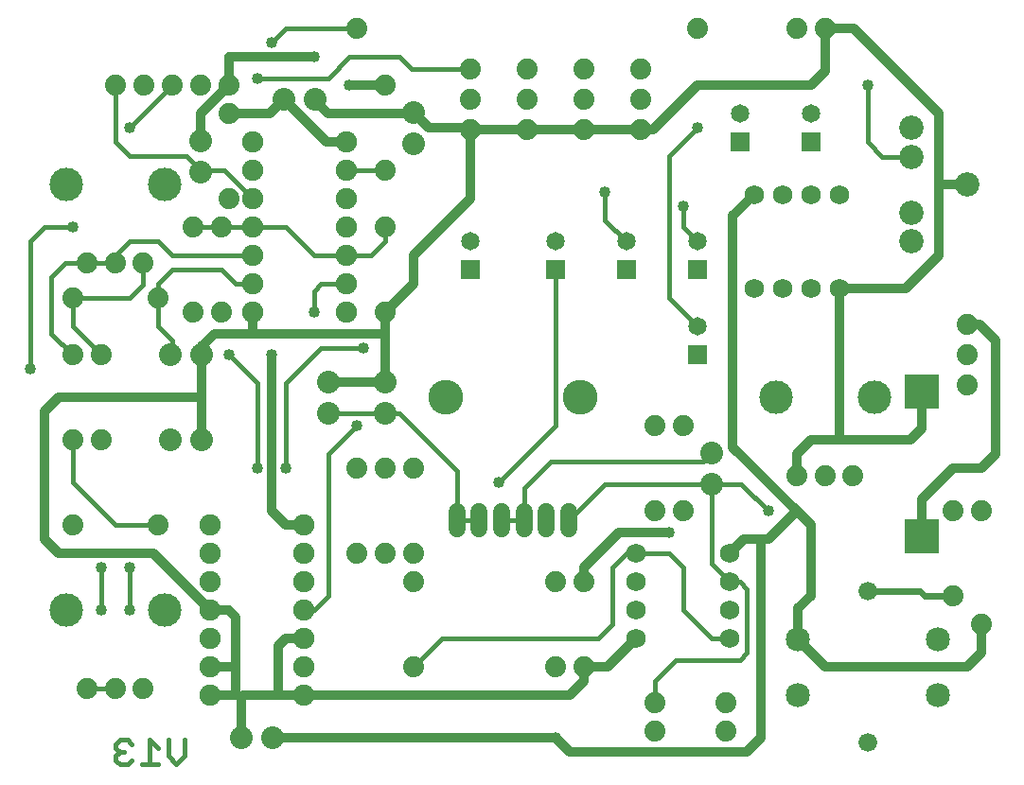
<source format=gbr>
G04 EAGLE Gerber RS-274X export*
G75*
%MOMM*%
%FSLAX34Y34*%
%LPD*%
%INBottom Copper*%
%IPPOS*%
%AMOC8*
5,1,8,0,0,1.08239X$1,22.5*%
G01*
%ADD10C,0.381000*%
%ADD11C,1.905000*%
%ADD12C,1.879600*%
%ADD13C,3.000000*%
%ADD14C,1.727200*%
%ADD15R,3.048000X3.048000*%
%ADD16C,2.159000*%
%ADD17C,1.676400*%
%ADD18C,2.184400*%
%ADD19R,1.651000X1.651000*%
%ADD20C,1.651000*%
%ADD21C,1.509600*%
%ADD22C,3.116000*%
%ADD23C,2.032000*%
%ADD24C,0.812800*%
%ADD25C,0.609600*%
%ADD26C,1.016000*%
%ADD27C,0.406400*%


D10*
X150495Y36213D02*
X150495Y21808D01*
X143292Y14605D01*
X136089Y21808D01*
X136089Y36213D01*
X127107Y29011D02*
X119904Y36213D01*
X119904Y14605D01*
X127107Y14605D02*
X112701Y14605D01*
X103719Y32612D02*
X100118Y36213D01*
X92915Y36213D01*
X89313Y32612D01*
X89313Y29011D01*
X92915Y25409D01*
X96516Y25409D01*
X92915Y25409D02*
X89313Y21808D01*
X89313Y18206D01*
X92915Y14605D01*
X100118Y14605D01*
X103719Y18206D01*
D11*
X212090Y571500D03*
X212090Y546100D03*
X212090Y520700D03*
X212090Y495300D03*
X212090Y469900D03*
X212090Y444500D03*
X212090Y419100D03*
X295910Y419100D03*
X295910Y444500D03*
X295910Y469900D03*
X295910Y495300D03*
X295910Y520700D03*
X295910Y546100D03*
X295910Y571500D03*
D12*
X63900Y82400D03*
X88900Y82400D03*
X113900Y82400D03*
D13*
X44900Y152400D03*
X132900Y152400D03*
D12*
X63900Y463400D03*
X88900Y463400D03*
X113900Y463400D03*
D13*
X44900Y533400D03*
X132900Y533400D03*
D14*
X554990Y203200D03*
X554990Y177800D03*
X554990Y152400D03*
X554990Y127000D03*
X638810Y127000D03*
X638810Y152400D03*
X638810Y177800D03*
X638810Y203200D03*
X660400Y440690D03*
X685800Y440690D03*
X711200Y440690D03*
X736600Y440690D03*
X736600Y524510D03*
X711200Y524510D03*
X685800Y524510D03*
X660400Y524510D03*
D15*
X810260Y218440D03*
X810260Y347980D03*
D12*
X406400Y636778D03*
X406400Y609600D03*
X406400Y582422D03*
X457200Y636778D03*
X457200Y609600D03*
X457200Y582422D03*
X508000Y636778D03*
X508000Y609600D03*
X508000Y582422D03*
X558800Y636778D03*
X558800Y609600D03*
X558800Y582422D03*
D16*
X824500Y76600D03*
X699500Y76600D03*
X824500Y126600D03*
X699500Y126600D03*
D17*
X762000Y34100D03*
X762000Y169100D03*
D12*
X190500Y520700D03*
X190500Y596900D03*
X330200Y546100D03*
X330200Y622300D03*
X355600Y101600D03*
X355600Y177800D03*
X304800Y203200D03*
X304800Y279400D03*
X330200Y203200D03*
X330200Y279400D03*
X355600Y203200D03*
X355600Y279400D03*
X571500Y241300D03*
X571500Y317500D03*
X596900Y317500D03*
X596900Y241300D03*
X482600Y177800D03*
X482600Y101600D03*
X508000Y101600D03*
X508000Y177800D03*
X863600Y241300D03*
X863600Y139700D03*
X88900Y622300D03*
X114300Y622300D03*
X609600Y673100D03*
X127000Y431800D03*
X50800Y431800D03*
X50800Y228600D03*
X127000Y228600D03*
X838200Y241300D03*
X838200Y165100D03*
X304800Y673100D03*
D18*
X850900Y533400D03*
X800900Y508400D03*
X800900Y482400D03*
X800900Y558400D03*
X800900Y584400D03*
D12*
X698500Y673100D03*
X571500Y69850D03*
X571500Y44450D03*
X635000Y69850D03*
X635000Y44450D03*
X50800Y381000D03*
X76200Y381000D03*
X76200Y304800D03*
X50800Y304800D03*
D19*
X711200Y571500D03*
D20*
X711200Y596900D03*
D19*
X647700Y571500D03*
D20*
X647700Y596900D03*
D19*
X609600Y457200D03*
D20*
X609600Y482600D03*
D19*
X546100Y457200D03*
D20*
X546100Y482600D03*
D19*
X482600Y457200D03*
D20*
X482600Y482600D03*
D19*
X406400Y457200D03*
D20*
X406400Y482600D03*
D19*
X609600Y381000D03*
D20*
X609600Y406400D03*
D21*
X394500Y240448D02*
X394500Y225352D01*
X414500Y225352D02*
X414500Y240448D01*
X434500Y240448D02*
X434500Y225352D01*
D22*
X384500Y342900D03*
X504500Y342900D03*
D21*
X454500Y240448D02*
X454500Y225352D01*
X474500Y225352D02*
X474500Y240448D01*
X494500Y240448D02*
X494500Y225352D01*
D12*
X330200Y495300D03*
X330200Y419100D03*
X698900Y272900D03*
X723900Y272900D03*
X748900Y272900D03*
D13*
X679900Y342900D03*
X767900Y342900D03*
D12*
X723900Y673100D03*
X165100Y622300D03*
D23*
X622300Y293370D03*
X622300Y265430D03*
X279400Y356870D03*
X279400Y328930D03*
X330200Y328930D03*
X330200Y356870D03*
X138430Y304800D03*
X166370Y304800D03*
X166370Y381000D03*
X138430Y381000D03*
D11*
X173990Y228600D03*
X173990Y203200D03*
X173990Y177800D03*
X173990Y152400D03*
X173990Y127000D03*
X173990Y101600D03*
X173990Y76200D03*
X257810Y76200D03*
X257810Y101600D03*
X257810Y127000D03*
X257810Y152400D03*
X257810Y177800D03*
X257810Y203200D03*
X257810Y228600D03*
D23*
X240030Y609600D03*
X267970Y609600D03*
X229870Y38100D03*
X201930Y38100D03*
X355600Y570230D03*
X355600Y598170D03*
X165100Y544830D03*
X165100Y572770D03*
D12*
X850900Y353822D03*
X850900Y381000D03*
X850900Y408178D03*
X184150Y419100D03*
X184150Y495300D03*
X158750Y419100D03*
X158750Y495300D03*
X139700Y622300D03*
X190500Y622300D03*
D24*
X406400Y582422D02*
X457200Y582422D01*
X508000Y582422D01*
X558800Y582422D01*
X406400Y582422D02*
X406400Y520700D01*
X355600Y469900D01*
X355600Y444500D01*
X330200Y356870D02*
X279400Y356870D01*
X330200Y356870D02*
X330200Y400050D01*
X209550Y400050D02*
X177800Y400050D01*
X209550Y400050D02*
X330200Y400050D01*
X166370Y388620D02*
X166370Y381000D01*
X166370Y342900D01*
X166370Y304800D01*
X38100Y203200D02*
X25400Y215900D01*
X25400Y330200D01*
X38100Y342900D01*
X166370Y342900D01*
D25*
X196850Y76200D02*
X203200Y76200D01*
D24*
X234950Y76200D01*
X257810Y76200D01*
X234950Y76200D02*
X234950Y120650D01*
X241300Y127000D01*
X257810Y127000D01*
X196850Y76200D02*
X173990Y76200D01*
X196850Y76200D02*
X196850Y101600D01*
X196850Y146050D01*
X190500Y152400D01*
X173990Y152400D01*
X173990Y101600D02*
X196850Y101600D01*
X257810Y76200D02*
X495300Y76200D01*
X736600Y304800D02*
X736600Y440690D01*
X201930Y74930D02*
X201930Y38100D01*
D25*
X201930Y74930D02*
X203200Y76200D01*
D24*
X165100Y572770D02*
X165100Y596900D01*
X190500Y622300D01*
D26*
X266700Y647700D03*
D24*
X369570Y584200D02*
X404622Y584200D01*
X406400Y582422D02*
X406400Y558800D01*
X177800Y400050D02*
X166370Y388620D01*
X330200Y419100D02*
X355600Y444500D01*
X736600Y440690D02*
X796290Y440690D01*
X825500Y469900D01*
X825500Y533400D01*
X850900Y533400D01*
X749300Y673100D02*
X723900Y673100D01*
X749300Y673100D02*
X825500Y596900D01*
X825500Y533400D01*
X569722Y582422D02*
X558800Y582422D01*
X569722Y582422D02*
X609600Y622300D01*
X711200Y622300D01*
X723900Y635000D01*
X723900Y673100D01*
D25*
X406400Y582422D02*
X404622Y584200D01*
D24*
X190500Y622300D02*
X190500Y647700D01*
X266700Y647700D01*
X554990Y127000D02*
X529590Y101600D01*
X508000Y101600D01*
X508000Y88900D01*
X495300Y76200D01*
X698900Y272900D02*
X698900Y292500D01*
X711200Y304800D01*
X736600Y304800D01*
X800100Y304800D01*
X810260Y314960D01*
X810260Y347980D01*
X330200Y400050D02*
X330200Y419100D01*
X123190Y203200D02*
X38100Y203200D01*
X123190Y203200D02*
X173990Y152400D01*
X212090Y402590D02*
X212090Y419100D01*
X267970Y608330D02*
X267970Y609600D01*
X267970Y608330D02*
X279400Y596900D01*
X354330Y596900D01*
X212090Y402590D02*
X209550Y400050D01*
X354330Y596900D02*
X355600Y598170D01*
X369570Y584200D01*
X810260Y251460D02*
X810260Y218440D01*
X810260Y251460D02*
X838200Y279400D01*
X863600Y279400D01*
X876300Y292100D01*
X876300Y393700D01*
X861822Y408178D02*
X850900Y408178D01*
X861822Y408178D02*
X876300Y393700D01*
X508000Y190500D02*
X508000Y177800D01*
D26*
X584200Y222250D03*
D24*
X539750Y222250D02*
X508000Y190500D01*
X539750Y222250D02*
X584200Y222250D01*
X666750Y215900D02*
X666750Y38100D01*
X711200Y165700D02*
X711200Y228600D01*
X698500Y241300D01*
X641350Y298450D01*
X641350Y505460D01*
X228600Y381000D02*
X228600Y241300D01*
X699500Y154000D02*
X711200Y165700D01*
D26*
X298450Y622300D03*
D24*
X330200Y622300D01*
X651510Y215900D02*
X638810Y203200D01*
X651510Y215900D02*
X666750Y215900D01*
X673100Y215900D01*
X698500Y241300D01*
X482600Y38100D02*
X229870Y38100D01*
X482600Y38100D02*
X495300Y25400D01*
X654050Y25400D01*
X666750Y38100D01*
D26*
X228600Y381000D03*
D27*
X240030Y608330D02*
X240030Y609600D01*
D24*
X278130Y571500D01*
X295910Y571500D01*
X699500Y154000D02*
X699500Y126600D01*
D26*
X482600Y38100D03*
D24*
X863600Y114300D02*
X863600Y139700D01*
X863600Y114300D02*
X850900Y101600D01*
X724500Y101600D01*
X699500Y126600D01*
X257810Y228600D02*
X241300Y228600D01*
X228600Y241300D01*
X227330Y596900D02*
X190500Y596900D01*
X227330Y596900D02*
X240030Y609600D01*
X641350Y505460D02*
X660400Y524510D01*
D27*
X139700Y382270D02*
X138430Y381000D01*
X139700Y382270D02*
X139700Y393700D01*
X127000Y406400D01*
X127000Y431800D01*
X127000Y444500D01*
X139700Y457200D01*
X184150Y457200D01*
X196850Y444500D01*
X212090Y444500D01*
X241300Y673100D02*
X304800Y673100D01*
X241300Y673100D02*
X228600Y660400D01*
D26*
X228600Y660400D03*
D27*
X50800Y304800D02*
X50800Y266700D01*
X88900Y228600D01*
X127000Y228600D01*
D26*
X101600Y152400D03*
D27*
X101600Y190500D01*
D26*
X101600Y190500D03*
D27*
X76200Y381000D02*
X50800Y406400D01*
X50800Y431800D01*
X101600Y431800D01*
X113900Y444100D02*
X113900Y463400D01*
X113900Y444100D02*
X101600Y431800D01*
X622300Y127000D02*
X638810Y127000D01*
X622300Y127000D02*
X596900Y152400D01*
X596900Y190500D01*
X584200Y203200D01*
X554990Y203200D01*
X533400Y190500D02*
X533400Y139700D01*
X533400Y190500D02*
X546100Y203200D01*
X554990Y203200D01*
X533400Y139700D02*
X520700Y127000D01*
X381000Y127000D01*
X355600Y101600D01*
D26*
X673100Y241300D03*
D27*
X648970Y265430D01*
X622300Y265430D01*
X622300Y194310D02*
X638810Y177800D01*
X622300Y194310D02*
X622300Y265430D01*
X527030Y265430D02*
X494500Y232900D01*
X527030Y265430D02*
X622300Y265430D01*
X571500Y88900D02*
X571500Y69850D01*
X571500Y88900D02*
X590550Y107950D01*
X647700Y107950D01*
X654050Y114300D01*
X654050Y171450D01*
X647700Y177800D01*
X638810Y177800D01*
X478790Y285750D02*
X454500Y261460D01*
X454500Y232900D01*
X478790Y285750D02*
X614680Y285750D01*
X622300Y293370D01*
X454500Y232900D02*
X434500Y232900D01*
X330200Y328930D02*
X279400Y328930D01*
X394500Y277330D02*
X394500Y232900D01*
X414500Y232900D01*
X342900Y328930D02*
X330200Y328930D01*
X342900Y328930D02*
X394500Y277330D01*
X775100Y558400D02*
X800900Y558400D01*
X775100Y558400D02*
X762000Y571500D01*
X762000Y622300D01*
D26*
X762000Y622300D03*
D27*
X609600Y482600D02*
X596900Y495300D01*
X596900Y514350D01*
D26*
X596900Y514350D03*
X527050Y527050D03*
D27*
X527050Y501650D01*
X546100Y482600D01*
X584200Y431800D02*
X609600Y406400D01*
X584200Y431800D02*
X584200Y558800D01*
X609600Y584200D01*
D26*
X609600Y584200D03*
D27*
X482600Y457200D02*
X482600Y317500D01*
X431800Y266700D01*
D26*
X431800Y266700D03*
X241300Y279400D03*
D27*
X241300Y355600D01*
X273050Y387350D01*
X311150Y387350D01*
D26*
X311150Y387350D03*
D27*
X279400Y628650D02*
X215900Y628650D01*
X279400Y628650D02*
X298450Y647700D01*
X342900Y647700D01*
X353822Y636778D02*
X406400Y636778D01*
X353822Y636778D02*
X342900Y647700D01*
D26*
X215900Y628650D03*
X50800Y495300D03*
D27*
X25400Y495300D01*
X12700Y482600D01*
X12700Y368300D01*
D26*
X12700Y368300D03*
D27*
X295910Y546100D02*
X330200Y546100D01*
D26*
X304800Y317500D03*
D27*
X279400Y292100D01*
X279400Y165100D01*
X266700Y152400D01*
X257810Y152400D01*
X88900Y571500D02*
X88900Y622300D01*
X186690Y546100D02*
X212090Y520700D01*
X166370Y546100D02*
X165100Y544830D01*
X166370Y546100D02*
X186690Y546100D01*
X165100Y546100D02*
X165100Y544830D01*
X165100Y546100D02*
X152400Y558800D01*
X101600Y558800D01*
X88900Y571500D01*
D25*
X812800Y165100D02*
X838200Y165100D01*
X808800Y169100D02*
X762000Y169100D01*
X808800Y169100D02*
X812800Y165100D01*
D26*
X101600Y584200D03*
D27*
X139700Y622300D01*
X212090Y495300D02*
X241300Y495300D01*
X266700Y469900D01*
X295910Y469900D01*
X212090Y495300D02*
X184150Y495300D01*
X158750Y495300D01*
X330200Y495300D02*
X330200Y482600D01*
X317500Y469900D01*
X295910Y469900D01*
D26*
X215900Y279400D03*
D27*
X215900Y355600D01*
X190500Y381000D01*
D26*
X190500Y381000D03*
D27*
X88900Y463400D02*
X63900Y463400D01*
X31750Y450850D02*
X31750Y400050D01*
X50800Y381000D01*
X44300Y463400D02*
X63900Y463400D01*
X44300Y463400D02*
X31750Y450850D01*
X88900Y463400D02*
X88900Y469900D01*
X101600Y482600D01*
X127000Y482600D01*
X139700Y469900D01*
X212090Y469900D01*
X273050Y444500D02*
X295910Y444500D01*
X273050Y444500D02*
X266700Y438150D01*
X266700Y419100D01*
D26*
X266700Y419100D03*
D27*
X88900Y82400D02*
X63900Y82400D01*
D26*
X76200Y152400D03*
D27*
X76200Y190500D01*
D26*
X76200Y190500D03*
M02*

</source>
